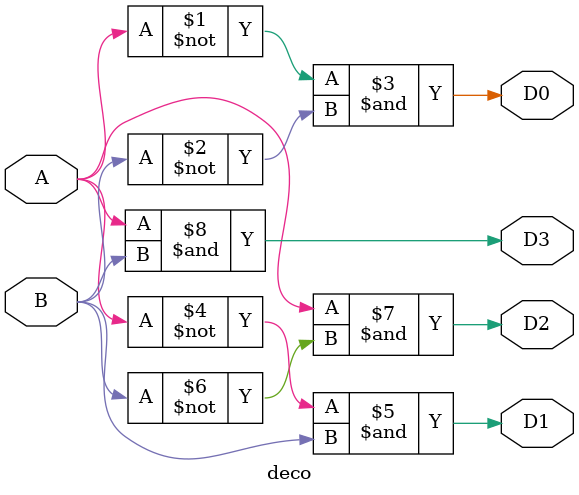
<source format=v>
`timescale 1ns / 1ps

module deco(
    input A, B,
    output D0, D1, D2, D3
);

assign D0 = ~A & ~B;
assign D1 = ~A & B;
assign D2 = A & ~B;
assign D3 = A & B;

endmodule
</source>
